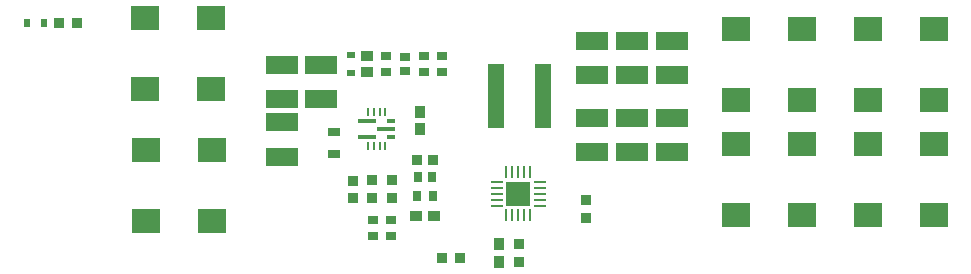
<source format=gbr>
%TF.GenerationSoftware,Altium Limited,Altium Designer,24.10.1 (45)*%
G04 Layer_Color=8421504*
%FSLAX45Y45*%
%MOMM*%
%TF.SameCoordinates,6B7C1C4C-1752-458E-A365-839E3CDA317C*%
%TF.FilePolarity,Positive*%
%TF.FileFunction,Paste,Top*%
%TF.Part,Single*%
G01*
G75*
%TA.AperFunction,SMDPad,CuDef*%
%ADD10R,1.45000X5.50000*%
%ADD11R,0.25000X0.70000*%
%ADD12R,0.70000X0.30000*%
%ADD13R,1.50000X0.30000*%
%ADD14R,2.10000X2.10000*%
%ADD15R,0.25000X1.05000*%
%ADD16R,1.05000X0.25000*%
%ADD18R,0.95000X0.95000*%
%ADD19R,0.90000X0.70000*%
%ADD20R,0.95000X0.80000*%
%ADD21R,0.80000X0.95000*%
%ADD22R,0.95000X0.95000*%
%ADD23R,1.00000X0.90000*%
%ADD24R,0.85000X0.95000*%
%ADD25R,0.80000X0.60000*%
%ADD26R,0.60000X0.80000*%
%ADD27R,0.95822X1.00650*%
%ADD28R,0.91213X0.95872*%
%ADD29R,1.00650X0.95822*%
%ADD30R,0.96822X1.00650*%
%ADD31R,1.10620X0.75620*%
%ADD32R,2.80415X1.50273*%
%ADD33R,2.33000X1.99000*%
D10*
X11550000Y7610000D02*
D03*
X11150000D02*
D03*
D11*
X10065000Y7475000D02*
D03*
X10115000D02*
D03*
X10165000D02*
D03*
X10215000D02*
D03*
Y7185000D02*
D03*
X10165000D02*
D03*
X10115000D02*
D03*
X10065000D02*
D03*
D12*
X10260000Y7395000D02*
D03*
Y7265000D02*
D03*
D13*
X10220000Y7330000D02*
D03*
X10062500Y7265000D02*
D03*
Y7395000D02*
D03*
D14*
X11340000Y6780000D02*
D03*
D15*
X11240000Y6962500D02*
D03*
X11290000D02*
D03*
X11340000D02*
D03*
X11390000D02*
D03*
X11440000D02*
D03*
Y6597500D02*
D03*
X11390000D02*
D03*
X11340000D02*
D03*
X11290000D02*
D03*
X11240000D02*
D03*
D16*
X11522500Y6880000D02*
D03*
Y6830000D02*
D03*
Y6780000D02*
D03*
Y6730000D02*
D03*
Y6680000D02*
D03*
X11157500D02*
D03*
Y6730000D02*
D03*
Y6780000D02*
D03*
Y6830000D02*
D03*
Y6880000D02*
D03*
D18*
X10695000Y6240000D02*
D03*
X10845000D02*
D03*
X7455000Y8230000D02*
D03*
X7605000D02*
D03*
D19*
X10540000Y7950000D02*
D03*
Y7810000D02*
D03*
X10110000Y6560000D02*
D03*
Y6420000D02*
D03*
X10260000Y6560000D02*
D03*
Y6420000D02*
D03*
X10690000Y7810000D02*
D03*
Y7950000D02*
D03*
D20*
X10220000Y7947500D02*
D03*
Y7812500D02*
D03*
X10380000Y7817500D02*
D03*
Y7942500D02*
D03*
D21*
X10612500Y6920000D02*
D03*
X10487500D02*
D03*
X10482500Y6760000D02*
D03*
X10617500D02*
D03*
D22*
X10100000Y6895000D02*
D03*
Y6745000D02*
D03*
X10270000Y6895000D02*
D03*
Y6745000D02*
D03*
X11910000Y6575000D02*
D03*
Y6725000D02*
D03*
D23*
X10060000Y7815000D02*
D03*
Y7945000D02*
D03*
D24*
X10485000Y7070000D02*
D03*
X10615000D02*
D03*
D25*
X9920000Y7807500D02*
D03*
Y7952500D02*
D03*
D26*
X7322500Y8230000D02*
D03*
X7177500D02*
D03*
D27*
X11180000Y6207415D02*
D03*
Y6352586D02*
D03*
D28*
X11350000Y6207330D02*
D03*
Y6352671D02*
D03*
X9940000Y6747329D02*
D03*
Y6892671D02*
D03*
D29*
X10477414Y6590000D02*
D03*
X10622586D02*
D03*
D30*
X10510000Y7472586D02*
D03*
Y7327414D02*
D03*
D31*
X9780000Y7117500D02*
D03*
Y7302500D02*
D03*
D32*
X9340000Y7094980D02*
D03*
Y7385020D02*
D03*
Y7875020D02*
D03*
Y7584981D02*
D03*
X9670000Y7875020D02*
D03*
Y7584981D02*
D03*
X12640000Y8075019D02*
D03*
Y7784980D02*
D03*
X12300000Y8075019D02*
D03*
Y7784980D02*
D03*
X11960000Y8075019D02*
D03*
Y7784980D02*
D03*
X12640000Y7134980D02*
D03*
Y7425019D02*
D03*
X12300000Y7134980D02*
D03*
Y7425019D02*
D03*
X11960000Y7134980D02*
D03*
Y7425019D02*
D03*
D33*
X8190000Y7151000D02*
D03*
Y6549000D02*
D03*
X8179999Y7669000D02*
D03*
Y8271000D02*
D03*
X8739999Y7669000D02*
D03*
Y8271000D02*
D03*
X8750000Y7151000D02*
D03*
Y6549000D02*
D03*
X14859361Y7576059D02*
D03*
Y8178058D02*
D03*
X14299361Y7576059D02*
D03*
Y8178058D02*
D03*
X13739362Y7576059D02*
D03*
Y8178058D02*
D03*
X13179361Y7576059D02*
D03*
Y8178058D02*
D03*
X14860001Y7201000D02*
D03*
Y6599000D02*
D03*
X14300000Y7201000D02*
D03*
Y6599000D02*
D03*
X13739999Y7201000D02*
D03*
Y6599001D02*
D03*
X13180000Y7201000D02*
D03*
Y6599001D02*
D03*
%TF.MD5,eccca9bb6e757df696f7735d6c39b014*%
M02*

</source>
